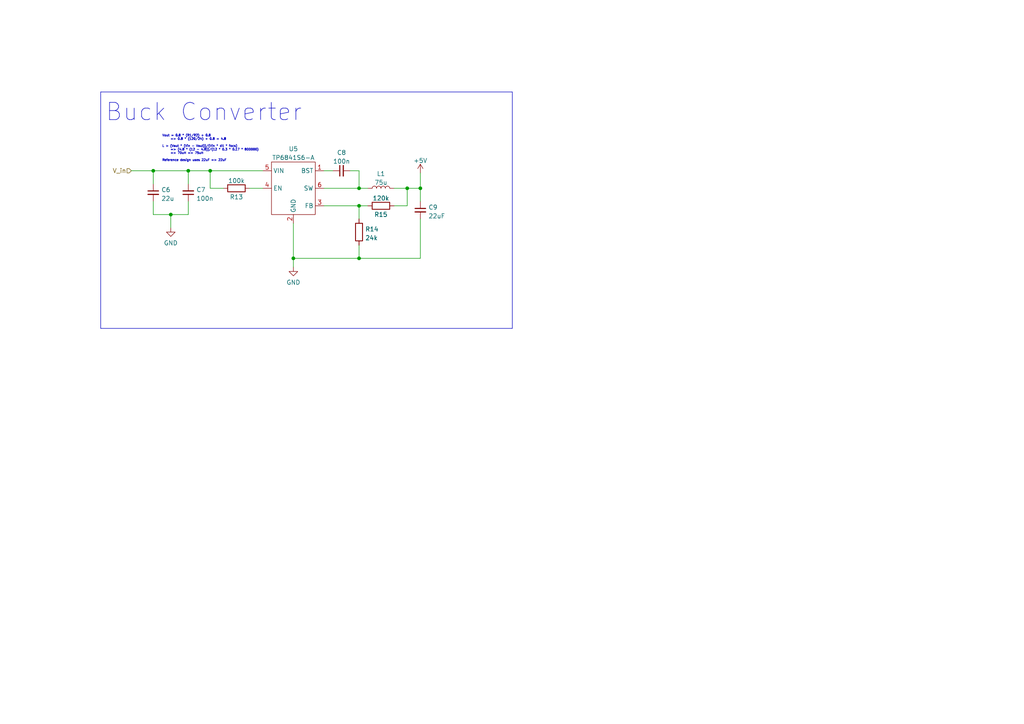
<source format=kicad_sch>
(kicad_sch (version 20230121) (generator eeschema)
  (paper "A4")
  (lib_symbols
    (symbol "Device:C_Small" (pin_numbers hide) (pin_names (offset 0.254) hide)
      (property "Reference" "C" (at 0.254 1.778 0))
      (property "Value" "C_Small" (at 0.254 -2.032 0))
      (symbol "C_Small_0_1"
        (polyline (pts (xy -1.524 -0.508) (xy 1.524 -0.508)) (stroke (width 0.3302)))
        (polyline (pts (xy -1.524 0.508) (xy 1.524 0.508)) (stroke (width 0.3048)))
      )
      (symbol "C_Small_1_1"
        (pin passive line (at 0 2.54 270) (length 2.032) (name "~") (number "1"))
        (pin passive line (at 0 -2.54 90) (length 2.032) (name "~") (number "2"))
      )
    )
    (symbol "Device:L" (pin_numbers hide) (pin_names (offset 1.016) hide)
      (property "Reference" "L" (at -1.27 0 90))
      (property "Value" "L" (at 1.905 0 90))
      (symbol "L_0_1"
        (arc (start 0 -2.54) (mid 0.6323 -1.905) (end 0 -1.27))
        (arc (start 0 -1.27) (mid 0.6323 -0.635) (end 0 0))
        (arc (start 0 0) (mid 0.6323 0.635) (end 0 1.27))
        (arc (start 0 1.27) (mid 0.6323 1.905) (end 0 2.54))
      )
      (symbol "L_1_1"
        (pin passive line (at 0 3.81 270) (length 1.27) (name "1") (number "1"))
        (pin passive line (at 0 -3.81 90) (length 1.27) (name "2") (number "2"))
      )
    )
    (symbol "Device:R" (pin_numbers hide) (pin_names (offset 0))
      (property "Reference" "R" (at 2.032 0 90))
      (property "Value" "R" (at 0 0 90))
      (symbol "R_0_1"
        (rectangle (start -1.016 -2.54) (end 1.016 2.54) (stroke (width 0.254)))
      )
      (symbol "R_1_1"
        (pin passive line (at 0 3.81 270) (length 1.27) (name "~") (number "1"))
        (pin passive line (at 0 -3.81 90) (length 1.27) (name "~") (number "2"))
      )
    )
    (symbol "custom:TP6841S6-A"
      (property "Reference" "U3" (at 0 11.43 0))
      (property "Value" "TP6841S6-A" (at 0 8.89 0))
      (symbol "TP6841S6-A_0_1"
        (rectangle (start -6.35 7.62) (end 6.35 -7.62))
      )
      (symbol "TP6841S6-A_1_1"
        (pin input line (at 8.89 5.08 180) (length 2.54) (name "BST") (number "1"))
        (pin power_in line (at 0 -10.16 90) (length 2.54) (name "GND") (number "2"))
        (pin input line (at 8.89 -5.08 180) (length 2.54) (name "FB") (number "3"))
        (pin input line (at -8.89 0 0) (length 2.54) (name "EN") (number "4"))
        (pin power_in line (at -8.89 5.08 0) (length 2.54) (name "VIN") (number "5"))
        (pin output line (at 8.89 0 180) (length 2.54) (name "SW") (number "6"))
      )
    )
    (symbol "power:+5V" (power) (pin_names (offset 0))
      (property "Value" "+5V" (at 0 3.556 0))
      (symbol "+5V_0_1"
        (polyline (pts (xy -0.762 1.27) (xy 0 2.54)))
        (polyline (pts (xy 0 0) (xy 0 2.54)))
        (polyline (pts (xy 0 2.54) (xy 0.762 1.27)))
      )
      (symbol "+5V_1_1"
        (pin power_in line (at 0 0 90) (length 0) hide (name "+5V") (number "1"))
      )
    )
    (symbol "power:GND" (power) (pin_names (offset 0))
      (property "Value" "GND" (at 0 -3.81 0))
      (symbol "GND_0_1"
        (polyline (pts (xy 0 0) (xy 0 -1.27) (xy 1.27 -1.27) (xy 0 -2.54) (xy -1.27 -1.27) (xy 0 -1.27)))
      )
      (symbol "GND_1_1"
        (pin power_in line (at 0 0 270) (length 0) hide (name "GND") (number "1"))
      )
    )
  )
  (junction (at 44.45 49.53))
  (junction (at 104.14 74.93))
  (junction (at 49.53 62.23))
  (junction (at 85.09 74.93))
  (junction (at 60.96 49.53))
  (junction (at 54.61 49.53))
  (junction (at 104.14 59.69))
  (junction (at 104.14 54.61))
  (junction (at 121.92 54.61))
  (junction (at 118.11 54.61))
  (polyline (pts (xy 148.59 26.67) (xy 148.59 95.25)))
  (wire (pts (xy 104.14 71.12) (xy 104.14 74.93)))
  (wire (pts (xy 118.11 54.61) (xy 118.11 59.69)))
  (wire (pts (xy 121.92 54.61) (xy 121.92 58.42)))
  (wire (pts (xy 44.45 62.23) (xy 49.53 62.23)))
  (wire (pts (xy 114.3 59.69) (xy 118.11 59.69)))
  (wire (pts (xy 60.96 49.53) (xy 60.96 54.61)))
  (wire (pts (xy 49.53 62.23) (xy 49.53 66.04)))
  (wire (pts (xy 54.61 49.53) (xy 60.96 49.53)))
  (wire (pts (xy 104.14 49.53) (xy 104.14 54.61)))
  (wire (pts (xy 44.45 49.53) (xy 54.61 49.53)))
  (wire (pts (xy 49.53 62.23) (xy 54.61 62.23)))
  (wire (pts (xy 38.1 49.53) (xy 44.45 49.53)))
  (wire (pts (xy 54.61 49.53) (xy 54.61 53.34)))
  (wire (pts (xy 106.68 54.61) (xy 104.14 54.61)))
  (wire (pts (xy 121.92 63.5) (xy 121.92 74.93)))
  (polyline (pts (xy 148.59 95.25) (xy 29.21 95.25)))
  (wire (pts (xy 104.14 59.69) (xy 106.68 59.69)))
  (wire (pts (xy 104.14 59.69) (xy 104.14 63.5)))
  (wire (pts (xy 114.3 54.61) (xy 118.11 54.61)))
  (wire (pts (xy 54.61 62.23) (xy 54.61 58.42)))
  (wire (pts (xy 121.92 50.165) (xy 121.92 54.61)))
  (wire (pts (xy 93.98 59.69) (xy 104.14 59.69)))
  (wire (pts (xy 93.98 54.61) (xy 104.14 54.61)))
  (wire (pts (xy 101.6 49.53) (xy 104.14 49.53)))
  (wire (pts (xy 104.14 74.93) (xy 85.09 74.93)))
  (wire (pts (xy 44.45 58.42) (xy 44.45 62.23)))
  (wire (pts (xy 121.92 74.93) (xy 104.14 74.93)))
  (wire (pts (xy 93.98 49.53) (xy 96.52 49.53)))
  (polyline (pts (xy 29.21 26.67) (xy 148.59 26.67)))
  (wire (pts (xy 85.09 64.77) (xy 85.09 74.93)))
  (wire (pts (xy 118.11 54.61) (xy 121.92 54.61)))
  (wire (pts (xy 85.09 74.93) (xy 85.09 77.47)))
  (wire (pts (xy 76.2 49.53) (xy 60.96 49.53)))
  (wire (pts (xy 44.45 49.53) (xy 44.45 53.34)))
  (wire (pts (xy 72.39 54.61) (xy 76.2 54.61)))
  (wire (pts (xy 64.77 54.61) (xy 60.96 54.61)))
  (polyline (pts (xy 29.21 95.25) (xy 29.21 26.67)))
  (text "Buck Converter" (at 30.48 35.56 0) (effects (font (size 5 5)) (justify left bottom)))
  (text "Vout = 0.8 * (R1/R2) + 0.8\n	=> 0.8 * (120/24) + 0.8 = 4.8\n	\nL > (Vout * (Vin - Vout))/(Vin * dIl * focs)\n	=> (4.8 * (12 - 4.8))/(12 * 0.3 * 0.17 * 800000)\n	=> 70uH => 75uH \n	\nReference design uses 22uF => 22uF" (at 46.99 46.99 0) (effects (font (size 0.635 0.635)) (justify left bottom)))
  (hierarchical_label "V_in" (shape input) (at 38.1 49.53 180))
  (symbol (lib_id "power:GND") (at 85.09 77.47 0) (unit 1)
    (property "Reference" "#PWR037" (effects hide))
    (property "Value" "GND" (at 85.09 81.9134 0))
  )
  (symbol (lib_id "power:+5V") (at 121.92 50.165 0) (unit 1)
    (property "Reference" "#PWR038" (effects hide))
    (property "Value" "+5V" (at 121.92 46.5892 0))
  )
  (symbol (lib_id "Device:R") (at 68.58 54.61 90) (unit 1)
    (property "Reference" "R13" (at 68.58 57.15 90))
    (property "Value" "100k" (at 68.58 52.4311 90))
    (property "Footprint" "Resistor_SMD:R_0402_1005Metric" (effects hide))
    (property "Datasheet" "https://datasheet.lcsc.com/lcsc/2110260030_UNI-ROYAL-Uniroyal-Elec-0402WGF1003TCE_C25741.pdf" (effects hide))
    (property "LCSC#" "C25741" (effects hide))
  )
  (symbol (lib_id "Device:L") (at 110.49 54.61 90) (unit 1)
    (property "Reference" "L1" (at 110.49 50.4022 90))
    (property "Value" "75u" (at 110.49 52.9391 90))
    (property "Footprint" "custom:IND-SMD_L4.0-W4.0_FNR40XXS" (effects hide))
    (property "Datasheet" "https://datasheet.lcsc.com/lcsc/1810111121_cjiang-Changjiang-Microelectronics-Tech-FNR4020S750MT_C167848.pdf" (effects hide))
    (property "LCSC#" "C167848" (effects hide))
  )
  (symbol (lib_id "Device:C_Small") (at 99.06 49.53 90) (unit 1)
    (property "Reference" "C8" (at 99.0663 44.2681 90))
    (property "Value" "100n" (at 99.0663 46.805 90))
    (property "Footprint" "Capacitor_SMD:C_0402_1005Metric" (effects hide))
    (property "Datasheet" "https://datasheet.lcsc.com/lcsc/1810191219_Samsung-Electro-Mechanics-CL05B104KO5NNNC_C1525.pdf" (effects hide))
    (property "LCSC#" "C1525" (effects hide))
  )
  (symbol (lib_id "custom:TP6841S6-A") (at 85.09 54.61 0) (unit 1)
    (property "Reference" "U5" (at 85.09 43.18 0))
    (property "Value" "TP6841S6-A" (at 85.09 45.72 0))
    (property "Footprint" "Package_TO_SOT_SMD:SOT-23-6" (effects hide))
    (property "Datasheet" "https://datasheet.lcsc.com/lcsc/2108072230_TECH-PUBLIC-TP6841S6-A_C2844924.pdf" (effects hide))
    (property "LCSC#" "C2844924" (effects hide))
  )
  (symbol (lib_id "Device:C_Small") (at 121.92 60.96 0) (unit 1)
    (property "Reference" "C9" (at 124.2441 60.1316 0) (effects (justify left)))
    (property "Value" "22uF" (at 124.2441 62.6685 0) (effects (justify left)))
    (property "Footprint" "Capacitor_SMD:C_0603_1608Metric" (effects hide))
    (property "Datasheet" "https://datasheet.lcsc.com/lcsc/1811151138_Samsung-Electro-Mechanics-CL10A226MQ8NRNC_C59461.pdf" (effects hide))
    (property "LCSC#" "C59461" (effects hide))
  )
  (symbol (lib_id "Device:C_Small") (at 44.45 55.88 0) (unit 1)
    (property "Reference" "C6" (at 46.7741 55.0516 0) (effects (justify left)))
    (property "Value" "22u" (at 46.7741 57.5885 0) (effects (justify left)))
    (property "Footprint" "Capacitor_SMD:C_1206_3216Metric" (effects hide))
    (property "Datasheet" "https://datasheet.lcsc.com/lcsc/1811031514_Samsung-Electro-Mechanics-CL31A226KAHNNNE_C12891.pdf" (effects hide))
    (property "LCSC#" "C12891" (effects hide))
  )
  (symbol (lib_id "power:GND") (at 49.53 66.04 0) (unit 1)
    (property "Reference" "#PWR036" (effects hide))
    (property "Value" "GND" (at 49.53 70.4834 0))
  )
  (symbol (lib_id "Device:C_Small") (at 54.61 55.88 180) (unit 1)
    (property "Reference" "C7" (at 56.9341 55.0389 0) (effects (justify right)))
    (property "Value" "100n" (at 56.9341 57.5758 0) (effects (justify right)))
    (property "Footprint" "Capacitor_SMD:C_0402_1005Metric" (effects hide))
    (property "Datasheet" "https://datasheet.lcsc.com/lcsc/1810191219_Samsung-Electro-Mechanics-CL05B104KO5NNNC_C1525.pdf" (effects hide))
    (property "LCSC#" "C1525" (effects hide))
  )
  (symbol (lib_id "Device:R") (at 110.49 59.69 90) (unit 1)
    (property "Reference" "R15" (at 110.49 62.23 90))
    (property "Value" "120k" (at 110.49 57.5111 90))
    (property "Footprint" "Resistor_SMD:R_0402_1005Metric" (effects hide))
    (property "Datasheet" "https://datasheet.lcsc.com/lcsc/2110260030_UNI-ROYAL-Uniroyal-Elec-0402WGF1203TCE_C25750.pdf" (effects hide))
    (property "LCSC#" "C25750" (effects hide))
  )
  (symbol (lib_id "Device:R") (at 104.14 67.31 0) (unit 1)
    (property "Reference" "R14" (at 105.918 66.4753 0) (effects (justify left)))
    (property "Value" "24k" (at 105.918 69.0122 0) (effects (justify left)))
    (property "Footprint" "Resistor_SMD:R_0402_1005Metric" (effects hide))
    (property "Datasheet" "https://datasheet.lcsc.com/lcsc/2110260030_UNI-ROYAL-Uniroyal-Elec-0402WGF2402TCE_C25769.pdf" (effects hide))
    (property "LCSC#" "C25769" (effects hide))
  )
)
</source>
